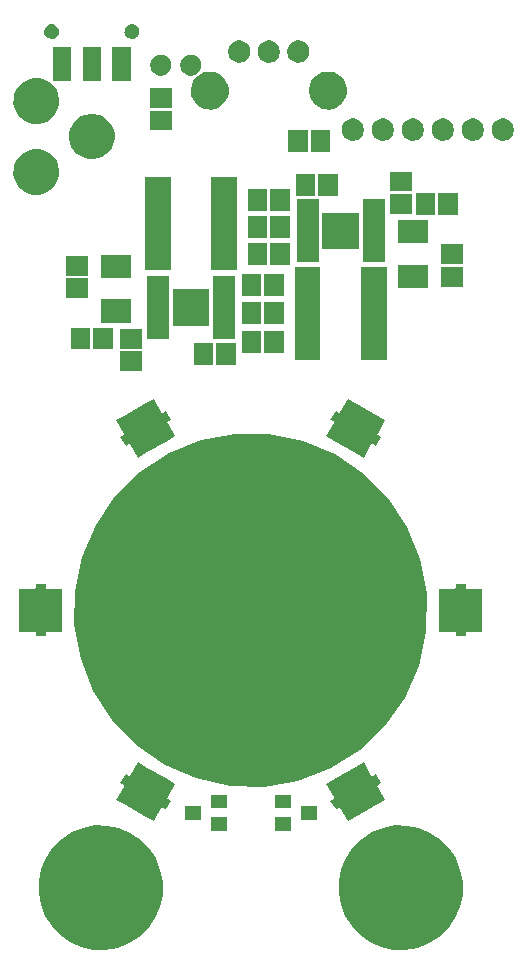
<source format=gts>
G04 (created by PCBNEW (2013-07-07 BZR 4022)-stable) date 1/16/2014 12:37:27 PM*
%MOIN*%
G04 Gerber Fmt 3.4, Leading zero omitted, Abs format*
%FSLAX34Y34*%
G01*
G70*
G90*
G04 APERTURE LIST*
%ADD10C,0.006*%
G04 APERTURE END LIST*
G54D10*
G36*
X2609Y30814D02*
X2608Y30763D01*
X2596Y30711D01*
X2578Y30672D01*
X2547Y30628D01*
X2516Y30598D01*
X2471Y30569D01*
X2430Y30553D01*
X2377Y30544D01*
X2334Y30545D01*
X2281Y30557D01*
X2242Y30574D01*
X2198Y30605D01*
X2168Y30636D01*
X2138Y30681D01*
X2123Y30721D01*
X2113Y30774D01*
X2113Y30817D01*
X2125Y30870D01*
X2142Y30909D01*
X2172Y30954D01*
X2203Y30984D01*
X2248Y31014D01*
X2288Y31030D01*
X2342Y31040D01*
X2384Y31040D01*
X2438Y31029D01*
X2476Y31012D01*
X2522Y30982D01*
X2552Y30952D01*
X2582Y30906D01*
X2598Y30867D01*
X2609Y30814D01*
X2609Y30814D01*
G37*
G36*
X2609Y28543D02*
X2606Y28377D01*
X2572Y28227D01*
X2514Y28096D01*
X2425Y27970D01*
X2321Y27871D01*
X2191Y27788D01*
X2057Y27737D01*
X1905Y27710D01*
X1761Y27713D01*
X1611Y27746D01*
X1479Y27803D01*
X1352Y27891D01*
X1253Y27994D01*
X1169Y28124D01*
X1117Y28258D01*
X1089Y28410D01*
X1091Y28553D01*
X1123Y28704D01*
X1179Y28836D01*
X1267Y28963D01*
X1369Y29063D01*
X1498Y29148D01*
X1631Y29202D01*
X1783Y29231D01*
X1926Y29230D01*
X2078Y29198D01*
X2209Y29143D01*
X2338Y29056D01*
X2438Y28955D01*
X2524Y28826D01*
X2579Y28694D01*
X2609Y28543D01*
X2609Y28543D01*
G37*
G36*
X2609Y26180D02*
X2606Y26015D01*
X2572Y25865D01*
X2514Y25734D01*
X2425Y25608D01*
X2321Y25509D01*
X2191Y25426D01*
X2057Y25374D01*
X1905Y25348D01*
X1761Y25351D01*
X1611Y25384D01*
X1479Y25441D01*
X1352Y25529D01*
X1253Y25632D01*
X1169Y25762D01*
X1117Y25895D01*
X1089Y26048D01*
X1091Y26191D01*
X1123Y26342D01*
X1179Y26473D01*
X1267Y26601D01*
X1369Y26701D01*
X1498Y26786D01*
X1631Y26839D01*
X1783Y26869D01*
X1926Y26868D01*
X2078Y26836D01*
X2209Y26781D01*
X2338Y26694D01*
X2438Y26593D01*
X2524Y26464D01*
X2579Y26332D01*
X2609Y26180D01*
X2609Y26180D01*
G37*
G36*
X2720Y10779D02*
X2210Y10779D01*
X2196Y10779D01*
X2183Y10774D01*
X2174Y10764D01*
X2169Y10752D01*
X2169Y10738D01*
X2169Y10622D01*
X1830Y10622D01*
X1830Y10738D01*
X1830Y10752D01*
X1825Y10764D01*
X1816Y10774D01*
X1803Y10779D01*
X1789Y10779D01*
X1279Y10779D01*
X1279Y11132D01*
X1279Y11145D01*
X1279Y11145D01*
X1279Y11159D01*
X1279Y11840D01*
X1279Y11854D01*
X1279Y11854D01*
X1279Y11867D01*
X1279Y12220D01*
X1789Y12220D01*
X1803Y12220D01*
X1816Y12225D01*
X1825Y12235D01*
X1830Y12247D01*
X1830Y12261D01*
X1830Y12377D01*
X2169Y12377D01*
X2169Y12261D01*
X2169Y12247D01*
X2174Y12235D01*
X2183Y12225D01*
X2196Y12220D01*
X2210Y12220D01*
X2720Y12220D01*
X2720Y11867D01*
X2720Y11854D01*
X2720Y11854D01*
X2720Y11840D01*
X2720Y11159D01*
X2720Y11145D01*
X2720Y11145D01*
X2720Y11132D01*
X2720Y10779D01*
X2720Y10779D01*
G37*
G36*
X3022Y29147D02*
X2408Y29147D01*
X2408Y30272D01*
X3022Y30272D01*
X3022Y29147D01*
X3022Y29147D01*
G37*
G36*
X3567Y22652D02*
X2836Y22652D01*
X2836Y23305D01*
X3567Y23305D01*
X3567Y22652D01*
X3567Y22652D01*
G37*
G36*
X3567Y21902D02*
X2836Y21902D01*
X2836Y22555D01*
X3567Y22555D01*
X3567Y21902D01*
X3567Y21902D01*
G37*
G36*
X3653Y20190D02*
X3000Y20190D01*
X3000Y20921D01*
X3653Y20921D01*
X3653Y20190D01*
X3653Y20190D01*
G37*
G36*
X4006Y29147D02*
X3393Y29147D01*
X3393Y30272D01*
X4006Y30272D01*
X4006Y29147D01*
X4006Y29147D01*
G37*
G36*
X4403Y20190D02*
X3750Y20190D01*
X3750Y20921D01*
X4403Y20921D01*
X4403Y20190D01*
X4403Y20190D01*
G37*
G36*
X4459Y27361D02*
X4457Y27196D01*
X4423Y27046D01*
X4364Y26915D01*
X4275Y26789D01*
X4171Y26690D01*
X4041Y26607D01*
X3907Y26555D01*
X3755Y26529D01*
X3612Y26532D01*
X3461Y26565D01*
X3330Y26622D01*
X3203Y26710D01*
X3103Y26813D01*
X3020Y26943D01*
X2967Y27076D01*
X2939Y27229D01*
X2941Y27372D01*
X2973Y27523D01*
X3029Y27654D01*
X3117Y27782D01*
X3219Y27882D01*
X3349Y27967D01*
X3481Y28021D01*
X3634Y28050D01*
X3776Y28049D01*
X3928Y28017D01*
X4060Y27962D01*
X4188Y27875D01*
X4289Y27774D01*
X4375Y27645D01*
X4429Y27513D01*
X4459Y27361D01*
X4459Y27361D01*
G37*
G36*
X4991Y29147D02*
X4377Y29147D01*
X4377Y30272D01*
X4991Y30272D01*
X4991Y29147D01*
X4991Y29147D01*
G37*
G36*
X5005Y22582D02*
X3998Y22582D01*
X3998Y23353D01*
X5005Y23353D01*
X5005Y22582D01*
X5005Y22582D01*
G37*
G36*
X5005Y21086D02*
X3998Y21086D01*
X3998Y21857D01*
X5005Y21857D01*
X5005Y21086D01*
X5005Y21086D01*
G37*
G36*
X5286Y30814D02*
X5285Y30763D01*
X5273Y30711D01*
X5256Y30672D01*
X5225Y30628D01*
X5193Y30598D01*
X5148Y30569D01*
X5108Y30553D01*
X5054Y30544D01*
X5011Y30545D01*
X4959Y30557D01*
X4919Y30574D01*
X4875Y30605D01*
X4845Y30636D01*
X4816Y30681D01*
X4800Y30721D01*
X4790Y30774D01*
X4791Y30817D01*
X4802Y30870D01*
X4819Y30909D01*
X4850Y30954D01*
X4880Y30984D01*
X4926Y31014D01*
X4965Y31030D01*
X5019Y31040D01*
X5061Y31040D01*
X5115Y31029D01*
X5153Y31012D01*
X5199Y30982D01*
X5229Y30952D01*
X5259Y30906D01*
X5275Y30867D01*
X5286Y30814D01*
X5286Y30814D01*
G37*
G36*
X5367Y20220D02*
X4636Y20220D01*
X4636Y20873D01*
X5367Y20873D01*
X5367Y20220D01*
X5367Y20220D01*
G37*
G36*
X5367Y19470D02*
X4636Y19470D01*
X4636Y20123D01*
X5367Y20123D01*
X5367Y19470D01*
X5367Y19470D01*
G37*
G36*
X6070Y2450D02*
X6064Y1991D01*
X5973Y1590D01*
X5810Y1224D01*
X5573Y888D01*
X5282Y612D01*
X4935Y391D01*
X4561Y247D01*
X4156Y175D01*
X3756Y184D01*
X3354Y272D01*
X2987Y432D01*
X2649Y667D01*
X2371Y955D01*
X2148Y1301D01*
X2001Y1673D01*
X1926Y2078D01*
X1932Y2478D01*
X2017Y2881D01*
X2175Y3249D01*
X2408Y3589D01*
X2694Y3869D01*
X3038Y4095D01*
X3409Y4244D01*
X3814Y4322D01*
X4214Y4319D01*
X4618Y4236D01*
X4986Y4081D01*
X5328Y3850D01*
X5610Y3567D01*
X5838Y3223D01*
X5990Y2854D01*
X6070Y2450D01*
X6070Y2450D01*
G37*
G36*
X6260Y20530D02*
X5539Y20530D01*
X5539Y20745D01*
X5539Y20759D01*
X5539Y20864D01*
X5539Y20878D01*
X5539Y21001D01*
X5539Y21015D01*
X5539Y21120D01*
X5539Y21134D01*
X5539Y21257D01*
X5539Y21271D01*
X5539Y21376D01*
X5539Y21390D01*
X5539Y21513D01*
X5539Y21527D01*
X5539Y21632D01*
X5539Y21646D01*
X5539Y21769D01*
X5539Y21783D01*
X5539Y21888D01*
X5539Y21902D01*
X5539Y22025D01*
X5539Y22039D01*
X5539Y22144D01*
X5539Y22158D01*
X5539Y22281D01*
X5539Y22295D01*
X5539Y22400D01*
X5539Y22414D01*
X5539Y22629D01*
X6260Y22629D01*
X6260Y22414D01*
X6260Y22400D01*
X6260Y22295D01*
X6260Y22281D01*
X6260Y22158D01*
X6260Y22144D01*
X6260Y22039D01*
X6260Y22025D01*
X6260Y21902D01*
X6260Y21888D01*
X6260Y21783D01*
X6260Y21769D01*
X6260Y21646D01*
X6260Y21632D01*
X6260Y21527D01*
X6260Y21513D01*
X6260Y21390D01*
X6260Y21376D01*
X6260Y21271D01*
X6260Y21257D01*
X6260Y21134D01*
X6260Y21120D01*
X6260Y21015D01*
X6260Y21001D01*
X6260Y20878D01*
X6260Y20864D01*
X6260Y20759D01*
X6260Y20745D01*
X6260Y20530D01*
X6260Y20530D01*
G37*
G36*
X6324Y22848D02*
X5474Y22848D01*
X5474Y25943D01*
X6324Y25943D01*
X6324Y22848D01*
X6324Y22848D01*
G37*
G36*
X6350Y29701D02*
X6349Y29628D01*
X6333Y29556D01*
X6307Y29498D01*
X6264Y29438D01*
X6218Y29394D01*
X6156Y29354D01*
X6097Y29331D01*
X6024Y29318D01*
X5961Y29320D01*
X5888Y29336D01*
X5830Y29361D01*
X5769Y29403D01*
X5725Y29449D01*
X5685Y29511D01*
X5662Y29570D01*
X5648Y29643D01*
X5649Y29706D01*
X5665Y29779D01*
X5690Y29836D01*
X5732Y29898D01*
X5777Y29942D01*
X5839Y29983D01*
X5897Y30006D01*
X5971Y30020D01*
X6033Y30020D01*
X6107Y30005D01*
X6164Y29981D01*
X6226Y29939D01*
X6270Y29895D01*
X6312Y29832D01*
X6336Y29774D01*
X6350Y29701D01*
X6350Y29701D01*
G37*
G36*
X6365Y28248D02*
X5634Y28248D01*
X5634Y28901D01*
X6365Y28901D01*
X6365Y28248D01*
X6365Y28248D01*
G37*
G36*
X6365Y27498D02*
X5634Y27498D01*
X5634Y28151D01*
X6365Y28151D01*
X6365Y27498D01*
X6365Y27498D01*
G37*
G36*
X6483Y17296D02*
X6170Y17116D01*
X6159Y17109D01*
X6159Y17109D01*
X5556Y16761D01*
X5545Y16755D01*
X5545Y16755D01*
X5236Y16576D01*
X4977Y17025D01*
X4967Y17035D01*
X4955Y17040D01*
X4941Y17040D01*
X4928Y17035D01*
X4824Y16975D01*
X4656Y17267D01*
X4764Y17329D01*
X4773Y17339D01*
X4779Y17352D01*
X4779Y17365D01*
X4773Y17378D01*
X4516Y17823D01*
X4840Y18010D01*
X5454Y18364D01*
X5763Y18543D01*
X6022Y18094D01*
X6032Y18084D01*
X6044Y18079D01*
X6058Y18079D01*
X6071Y18084D01*
X6175Y18144D01*
X6343Y17852D01*
X6235Y17790D01*
X6226Y17780D01*
X6220Y17767D01*
X6220Y17754D01*
X6226Y17741D01*
X6483Y17296D01*
X6483Y17296D01*
G37*
G36*
X6483Y5703D02*
X6226Y5258D01*
X6220Y5245D01*
X6220Y5232D01*
X6226Y5219D01*
X6235Y5209D01*
X6343Y5147D01*
X6175Y4855D01*
X6071Y4915D01*
X6058Y4920D01*
X6044Y4920D01*
X6032Y4915D01*
X6022Y4905D01*
X5763Y4456D01*
X5454Y4635D01*
X5454Y4635D01*
X5443Y4641D01*
X4840Y4989D01*
X4840Y4989D01*
X4829Y4996D01*
X4516Y5176D01*
X4773Y5621D01*
X4779Y5634D01*
X4779Y5647D01*
X4773Y5660D01*
X4764Y5670D01*
X4656Y5732D01*
X4824Y6024D01*
X4928Y5964D01*
X4941Y5959D01*
X4955Y5959D01*
X4967Y5964D01*
X4977Y5974D01*
X5236Y6423D01*
X5545Y6244D01*
X5545Y6244D01*
X5545Y6244D01*
X6159Y5890D01*
X6159Y5890D01*
X6159Y5890D01*
X6483Y5703D01*
X6483Y5703D01*
G37*
G36*
X7334Y4521D02*
X6799Y4521D01*
X6799Y4978D01*
X7334Y4978D01*
X7334Y4521D01*
X7334Y4521D01*
G37*
G36*
X7350Y29701D02*
X7349Y29628D01*
X7333Y29556D01*
X7307Y29498D01*
X7264Y29438D01*
X7218Y29394D01*
X7156Y29354D01*
X7097Y29331D01*
X7024Y29318D01*
X6961Y29320D01*
X6888Y29336D01*
X6830Y29361D01*
X6769Y29403D01*
X6725Y29449D01*
X6685Y29511D01*
X6662Y29570D01*
X6648Y29643D01*
X6649Y29706D01*
X6665Y29779D01*
X6690Y29836D01*
X6732Y29898D01*
X6777Y29942D01*
X6839Y29983D01*
X6897Y30006D01*
X6971Y30020D01*
X7033Y30020D01*
X7107Y30005D01*
X7164Y29981D01*
X7226Y29939D01*
X7270Y29895D01*
X7312Y29832D01*
X7336Y29774D01*
X7350Y29701D01*
X7350Y29701D01*
G37*
G36*
X7612Y20969D02*
X6391Y20969D01*
X6391Y22190D01*
X7612Y22190D01*
X7612Y20969D01*
X7612Y20969D01*
G37*
G36*
X7753Y19678D02*
X7100Y19678D01*
X7100Y20409D01*
X7753Y20409D01*
X7753Y19678D01*
X7753Y19678D01*
G37*
G36*
X8200Y4896D02*
X7665Y4896D01*
X7665Y5353D01*
X8200Y5353D01*
X8200Y4896D01*
X8200Y4896D01*
G37*
G36*
X8200Y4146D02*
X7665Y4146D01*
X7665Y4603D01*
X8200Y4603D01*
X8200Y4146D01*
X8200Y4146D01*
G37*
G36*
X8260Y28879D02*
X8258Y28743D01*
X8230Y28617D01*
X8181Y28509D01*
X8107Y28404D01*
X8021Y28322D01*
X7913Y28253D01*
X7802Y28210D01*
X7675Y28188D01*
X7557Y28190D01*
X7431Y28218D01*
X7323Y28265D01*
X7217Y28339D01*
X7135Y28424D01*
X7065Y28533D01*
X7021Y28642D01*
X6998Y28769D01*
X7000Y28887D01*
X7027Y29014D01*
X7073Y29122D01*
X7146Y29229D01*
X7230Y29311D01*
X7339Y29382D01*
X7448Y29426D01*
X7575Y29451D01*
X7693Y29450D01*
X7820Y29424D01*
X7928Y29378D01*
X8036Y29305D01*
X8118Y29222D01*
X8190Y29114D01*
X8235Y29006D01*
X8260Y28879D01*
X8260Y28879D01*
G37*
G36*
X8464Y20530D02*
X7743Y20530D01*
X7743Y20745D01*
X7743Y20759D01*
X7743Y20864D01*
X7743Y20878D01*
X7743Y21001D01*
X7743Y21015D01*
X7743Y21120D01*
X7743Y21134D01*
X7743Y21257D01*
X7743Y21271D01*
X7743Y21376D01*
X7743Y21390D01*
X7743Y21513D01*
X7743Y21527D01*
X7743Y21632D01*
X7743Y21646D01*
X7743Y21769D01*
X7743Y21783D01*
X7743Y21888D01*
X7743Y21902D01*
X7743Y22025D01*
X7743Y22039D01*
X7741Y22044D01*
X7741Y22277D01*
X7741Y22291D01*
X7741Y22400D01*
X7741Y22414D01*
X7741Y22625D01*
X8462Y22625D01*
X8462Y22414D01*
X8462Y22400D01*
X8462Y22291D01*
X8462Y22277D01*
X8462Y22158D01*
X8462Y22144D01*
X8464Y22139D01*
X8464Y21902D01*
X8464Y21888D01*
X8464Y21783D01*
X8464Y21769D01*
X8464Y21646D01*
X8464Y21632D01*
X8464Y21527D01*
X8464Y21513D01*
X8464Y21390D01*
X8464Y21376D01*
X8464Y21271D01*
X8464Y21257D01*
X8464Y21134D01*
X8464Y21120D01*
X8464Y21015D01*
X8464Y21001D01*
X8464Y20878D01*
X8464Y20864D01*
X8464Y20759D01*
X8464Y20745D01*
X8464Y20530D01*
X8464Y20530D01*
G37*
G36*
X8503Y19678D02*
X7850Y19678D01*
X7850Y20409D01*
X8503Y20409D01*
X8503Y19678D01*
X8503Y19678D01*
G37*
G36*
X8529Y22848D02*
X7679Y22848D01*
X7679Y25943D01*
X8529Y25943D01*
X8529Y22848D01*
X8529Y22848D01*
G37*
G36*
X8985Y30153D02*
X8984Y30075D01*
X8967Y30000D01*
X8939Y29938D01*
X8894Y29874D01*
X8846Y29828D01*
X8780Y29786D01*
X8717Y29762D01*
X8640Y29748D01*
X8573Y29750D01*
X8497Y29766D01*
X8435Y29793D01*
X8371Y29838D01*
X8325Y29886D01*
X8282Y29952D01*
X8258Y30014D01*
X8243Y30091D01*
X8244Y30158D01*
X8261Y30235D01*
X8287Y30296D01*
X8331Y30361D01*
X8379Y30408D01*
X8445Y30451D01*
X8506Y30476D01*
X8584Y30490D01*
X8650Y30490D01*
X8728Y30474D01*
X8789Y30448D01*
X8854Y30404D01*
X8901Y30357D01*
X8945Y30291D01*
X8970Y30230D01*
X8985Y30153D01*
X8985Y30153D01*
G37*
G36*
X9351Y21984D02*
X8698Y21984D01*
X8698Y22715D01*
X9351Y22715D01*
X9351Y21984D01*
X9351Y21984D01*
G37*
G36*
X9351Y21034D02*
X8698Y21034D01*
X8698Y21765D01*
X9351Y21765D01*
X9351Y21034D01*
X9351Y21034D01*
G37*
G36*
X9351Y20084D02*
X8698Y20084D01*
X8698Y20815D01*
X9351Y20815D01*
X9351Y20084D01*
X9351Y20084D01*
G37*
G36*
X9553Y24798D02*
X8900Y24798D01*
X8900Y25529D01*
X9553Y25529D01*
X9553Y24798D01*
X9553Y24798D01*
G37*
G36*
X9553Y23902D02*
X8900Y23902D01*
X8900Y24633D01*
X9553Y24633D01*
X9553Y23902D01*
X9553Y23902D01*
G37*
G36*
X9553Y23006D02*
X8900Y23006D01*
X8900Y23737D01*
X9553Y23737D01*
X9553Y23006D01*
X9553Y23006D01*
G37*
G36*
X9970Y30153D02*
X9969Y30075D01*
X9952Y30000D01*
X9924Y29938D01*
X9879Y29874D01*
X9831Y29828D01*
X9765Y29786D01*
X9702Y29762D01*
X9625Y29748D01*
X9558Y29750D01*
X9482Y29766D01*
X9420Y29793D01*
X9356Y29838D01*
X9310Y29886D01*
X9267Y29952D01*
X9243Y30014D01*
X9228Y30091D01*
X9229Y30158D01*
X9246Y30235D01*
X9272Y30296D01*
X9316Y30361D01*
X9364Y30408D01*
X9430Y30451D01*
X9491Y30476D01*
X9569Y30490D01*
X9635Y30490D01*
X9713Y30474D01*
X9774Y30448D01*
X9839Y30404D01*
X9886Y30357D01*
X9930Y30291D01*
X9955Y30230D01*
X9970Y30153D01*
X9970Y30153D01*
G37*
G36*
X10101Y21984D02*
X9448Y21984D01*
X9448Y22715D01*
X10101Y22715D01*
X10101Y21984D01*
X10101Y21984D01*
G37*
G36*
X10101Y21034D02*
X9448Y21034D01*
X9448Y21765D01*
X10101Y21765D01*
X10101Y21034D01*
X10101Y21034D01*
G37*
G36*
X10101Y20084D02*
X9448Y20084D01*
X9448Y20815D01*
X10101Y20815D01*
X10101Y20084D01*
X10101Y20084D01*
G37*
G36*
X10303Y24798D02*
X9650Y24798D01*
X9650Y25529D01*
X10303Y25529D01*
X10303Y24798D01*
X10303Y24798D01*
G37*
G36*
X10303Y23902D02*
X9650Y23902D01*
X9650Y24633D01*
X10303Y24633D01*
X10303Y23902D01*
X10303Y23902D01*
G37*
G36*
X10303Y23006D02*
X9650Y23006D01*
X9650Y23737D01*
X10303Y23737D01*
X10303Y23006D01*
X10303Y23006D01*
G37*
G36*
X10334Y4896D02*
X9799Y4896D01*
X9799Y5353D01*
X10334Y5353D01*
X10334Y4896D01*
X10334Y4896D01*
G37*
G36*
X10334Y4146D02*
X9799Y4146D01*
X9799Y4603D01*
X10334Y4603D01*
X10334Y4146D01*
X10334Y4146D01*
G37*
G36*
X10901Y26784D02*
X10248Y26784D01*
X10248Y27515D01*
X10901Y27515D01*
X10901Y26784D01*
X10901Y26784D01*
G37*
G36*
X10955Y30153D02*
X10954Y30075D01*
X10937Y30000D01*
X10909Y29938D01*
X10864Y29874D01*
X10816Y29828D01*
X10750Y29786D01*
X10687Y29762D01*
X10610Y29748D01*
X10543Y29750D01*
X10467Y29766D01*
X10405Y29793D01*
X10341Y29838D01*
X10295Y29886D01*
X10252Y29952D01*
X10228Y30014D01*
X10213Y30091D01*
X10214Y30158D01*
X10231Y30235D01*
X10257Y30296D01*
X10301Y30361D01*
X10349Y30408D01*
X10415Y30451D01*
X10476Y30476D01*
X10554Y30490D01*
X10620Y30490D01*
X10698Y30474D01*
X10759Y30448D01*
X10824Y30404D01*
X10871Y30357D01*
X10915Y30291D01*
X10940Y30230D01*
X10955Y30153D01*
X10955Y30153D01*
G37*
G36*
X11153Y25310D02*
X10500Y25310D01*
X10500Y26041D01*
X11153Y26041D01*
X11153Y25310D01*
X11153Y25310D01*
G37*
G36*
X11200Y4521D02*
X10665Y4521D01*
X10665Y4978D01*
X11200Y4978D01*
X11200Y4521D01*
X11200Y4521D01*
G37*
G36*
X11260Y23094D02*
X10539Y23094D01*
X10539Y23305D01*
X10539Y23319D01*
X10539Y23428D01*
X10539Y23442D01*
X10539Y23561D01*
X10539Y23575D01*
X10537Y23580D01*
X10537Y23817D01*
X10537Y23831D01*
X10537Y23936D01*
X10537Y23950D01*
X10537Y24073D01*
X10537Y24087D01*
X10537Y24192D01*
X10537Y24206D01*
X10537Y24329D01*
X10537Y24343D01*
X10537Y24448D01*
X10537Y24462D01*
X10537Y24585D01*
X10537Y24599D01*
X10537Y24704D01*
X10537Y24718D01*
X10537Y24841D01*
X10537Y24855D01*
X10537Y24960D01*
X10537Y24974D01*
X10537Y25189D01*
X11258Y25189D01*
X11258Y24974D01*
X11258Y24960D01*
X11258Y24855D01*
X11258Y24841D01*
X11258Y24718D01*
X11258Y24704D01*
X11258Y24599D01*
X11258Y24585D01*
X11258Y24462D01*
X11258Y24448D01*
X11258Y24343D01*
X11258Y24329D01*
X11258Y24206D01*
X11258Y24192D01*
X11258Y24087D01*
X11258Y24073D01*
X11258Y23950D01*
X11258Y23936D01*
X11258Y23831D01*
X11258Y23817D01*
X11258Y23694D01*
X11258Y23680D01*
X11260Y23675D01*
X11260Y23442D01*
X11260Y23428D01*
X11260Y23319D01*
X11260Y23305D01*
X11260Y23094D01*
X11260Y23094D01*
G37*
G36*
X11322Y19842D02*
X10472Y19842D01*
X10472Y22937D01*
X11322Y22937D01*
X11322Y19842D01*
X11322Y19842D01*
G37*
G36*
X11651Y26784D02*
X10998Y26784D01*
X10998Y27515D01*
X11651Y27515D01*
X11651Y26784D01*
X11651Y26784D01*
G37*
G36*
X11903Y25310D02*
X11250Y25310D01*
X11250Y26041D01*
X11903Y26041D01*
X11903Y25310D01*
X11903Y25310D01*
G37*
G36*
X12200Y28879D02*
X12198Y28743D01*
X12170Y28617D01*
X12121Y28509D01*
X12047Y28404D01*
X11961Y28322D01*
X11853Y28253D01*
X11742Y28210D01*
X11615Y28188D01*
X11497Y28190D01*
X11371Y28218D01*
X11263Y28265D01*
X11157Y28339D01*
X11075Y28424D01*
X11005Y28533D01*
X10961Y28642D01*
X10938Y28769D01*
X10940Y28887D01*
X10967Y29014D01*
X11013Y29122D01*
X11086Y29229D01*
X11170Y29311D01*
X11279Y29382D01*
X11388Y29426D01*
X11515Y29451D01*
X11633Y29450D01*
X11760Y29424D01*
X11868Y29378D01*
X11976Y29305D01*
X12058Y29222D01*
X12130Y29114D01*
X12175Y29006D01*
X12200Y28879D01*
X12200Y28879D01*
G37*
G36*
X12610Y23529D02*
X11389Y23529D01*
X11389Y24750D01*
X12610Y24750D01*
X12610Y23529D01*
X12610Y23529D01*
G37*
G36*
X12770Y27553D02*
X12769Y27475D01*
X12752Y27400D01*
X12724Y27338D01*
X12679Y27274D01*
X12631Y27228D01*
X12565Y27186D01*
X12502Y27162D01*
X12425Y27148D01*
X12358Y27150D01*
X12282Y27166D01*
X12220Y27193D01*
X12156Y27238D01*
X12110Y27286D01*
X12067Y27352D01*
X12043Y27414D01*
X12028Y27491D01*
X12029Y27558D01*
X12046Y27635D01*
X12072Y27696D01*
X12116Y27761D01*
X12164Y27808D01*
X12230Y27851D01*
X12291Y27876D01*
X12369Y27890D01*
X12435Y27890D01*
X12513Y27874D01*
X12574Y27848D01*
X12639Y27804D01*
X12686Y27757D01*
X12730Y27691D01*
X12755Y27630D01*
X12770Y27553D01*
X12770Y27553D01*
G37*
G36*
X13462Y23090D02*
X12741Y23090D01*
X12741Y23305D01*
X12741Y23319D01*
X12741Y23424D01*
X12741Y23438D01*
X12741Y23561D01*
X12741Y23575D01*
X12741Y23680D01*
X12741Y23694D01*
X12741Y23817D01*
X12741Y23831D01*
X12741Y23936D01*
X12741Y23950D01*
X12741Y24073D01*
X12741Y24087D01*
X12741Y24192D01*
X12741Y24206D01*
X12741Y24329D01*
X12741Y24343D01*
X12741Y24448D01*
X12741Y24462D01*
X12741Y24585D01*
X12741Y24599D01*
X12741Y24704D01*
X12741Y24718D01*
X12741Y24841D01*
X12741Y24855D01*
X12741Y24960D01*
X12741Y24974D01*
X12741Y25189D01*
X13462Y25189D01*
X13462Y24974D01*
X13462Y24960D01*
X13462Y24855D01*
X13462Y24841D01*
X13462Y24718D01*
X13462Y24704D01*
X13462Y24599D01*
X13462Y24585D01*
X13462Y24462D01*
X13462Y24448D01*
X13462Y24343D01*
X13462Y24329D01*
X13462Y24206D01*
X13462Y24192D01*
X13462Y24087D01*
X13462Y24073D01*
X13462Y23950D01*
X13462Y23936D01*
X13462Y23831D01*
X13462Y23817D01*
X13462Y23694D01*
X13462Y23680D01*
X13462Y23575D01*
X13462Y23561D01*
X13462Y23438D01*
X13462Y23424D01*
X13462Y23319D01*
X13462Y23305D01*
X13462Y23090D01*
X13462Y23090D01*
G37*
G36*
X13483Y17823D02*
X13226Y17378D01*
X13220Y17365D01*
X13220Y17352D01*
X13226Y17339D01*
X13235Y17329D01*
X13343Y17267D01*
X13175Y16975D01*
X13071Y17035D01*
X13058Y17040D01*
X13044Y17040D01*
X13032Y17035D01*
X13022Y17025D01*
X12763Y16576D01*
X12454Y16755D01*
X12454Y16755D01*
X12443Y16761D01*
X11840Y17109D01*
X11840Y17109D01*
X11829Y17116D01*
X11516Y17296D01*
X11773Y17741D01*
X11779Y17754D01*
X11779Y17767D01*
X11773Y17780D01*
X11764Y17790D01*
X11656Y17852D01*
X11824Y18144D01*
X11928Y18084D01*
X11941Y18079D01*
X11955Y18079D01*
X11967Y18084D01*
X11977Y18094D01*
X12236Y18543D01*
X12545Y18364D01*
X12545Y18364D01*
X12545Y18364D01*
X13159Y18010D01*
X13159Y18010D01*
X13159Y18010D01*
X13483Y17823D01*
X13483Y17823D01*
G37*
G36*
X13483Y5176D02*
X13170Y4996D01*
X13159Y4989D01*
X13159Y4989D01*
X12556Y4641D01*
X12545Y4635D01*
X12545Y4635D01*
X12236Y4456D01*
X11977Y4905D01*
X11967Y4915D01*
X11955Y4920D01*
X11941Y4920D01*
X11928Y4915D01*
X11824Y4855D01*
X11656Y5147D01*
X11764Y5209D01*
X11773Y5219D01*
X11779Y5232D01*
X11779Y5245D01*
X11773Y5258D01*
X11516Y5703D01*
X11840Y5890D01*
X12454Y6244D01*
X12763Y6423D01*
X13022Y5974D01*
X13032Y5964D01*
X13044Y5959D01*
X13058Y5959D01*
X13071Y5964D01*
X13175Y6024D01*
X13343Y5732D01*
X13235Y5670D01*
X13226Y5660D01*
X13220Y5647D01*
X13220Y5634D01*
X13226Y5621D01*
X13483Y5176D01*
X13483Y5176D01*
G37*
G36*
X13527Y19842D02*
X12677Y19842D01*
X12677Y22937D01*
X13527Y22937D01*
X13527Y19842D01*
X13527Y19842D01*
G37*
G36*
X13770Y27553D02*
X13769Y27475D01*
X13752Y27400D01*
X13724Y27338D01*
X13679Y27274D01*
X13631Y27228D01*
X13565Y27186D01*
X13502Y27162D01*
X13425Y27148D01*
X13358Y27150D01*
X13282Y27166D01*
X13220Y27193D01*
X13156Y27238D01*
X13110Y27286D01*
X13067Y27352D01*
X13043Y27414D01*
X13028Y27491D01*
X13029Y27558D01*
X13046Y27635D01*
X13072Y27696D01*
X13116Y27761D01*
X13164Y27808D01*
X13230Y27851D01*
X13291Y27876D01*
X13369Y27890D01*
X13435Y27890D01*
X13513Y27874D01*
X13574Y27848D01*
X13639Y27804D01*
X13686Y27757D01*
X13730Y27691D01*
X13755Y27630D01*
X13770Y27553D01*
X13770Y27553D01*
G37*
G36*
X14367Y25459D02*
X13636Y25459D01*
X13636Y26112D01*
X14367Y26112D01*
X14367Y25459D01*
X14367Y25459D01*
G37*
G36*
X14367Y24709D02*
X13636Y24709D01*
X13636Y25362D01*
X14367Y25362D01*
X14367Y24709D01*
X14367Y24709D01*
G37*
G36*
X14770Y27553D02*
X14769Y27475D01*
X14752Y27400D01*
X14724Y27338D01*
X14679Y27274D01*
X14631Y27228D01*
X14565Y27186D01*
X14502Y27162D01*
X14425Y27148D01*
X14358Y27150D01*
X14282Y27166D01*
X14220Y27193D01*
X14156Y27238D01*
X14110Y27286D01*
X14067Y27352D01*
X14043Y27414D01*
X14028Y27491D01*
X14029Y27558D01*
X14046Y27635D01*
X14072Y27696D01*
X14116Y27761D01*
X14164Y27808D01*
X14230Y27851D01*
X14291Y27876D01*
X14369Y27890D01*
X14435Y27890D01*
X14513Y27874D01*
X14574Y27848D01*
X14639Y27804D01*
X14686Y27757D01*
X14730Y27691D01*
X14755Y27630D01*
X14770Y27553D01*
X14770Y27553D01*
G37*
G36*
X14870Y12073D02*
X14852Y10763D01*
X14596Y9635D01*
X14130Y8588D01*
X13463Y7643D01*
X12633Y6853D01*
X11657Y6233D01*
X10588Y5819D01*
X9449Y5618D01*
X8304Y5642D01*
X7174Y5890D01*
X6124Y6349D01*
X5174Y7009D01*
X4379Y7833D01*
X3752Y8806D01*
X3330Y9871D01*
X3121Y11009D01*
X3137Y12154D01*
X3378Y13286D01*
X3829Y14339D01*
X4483Y15293D01*
X5301Y16095D01*
X6269Y16728D01*
X7331Y17157D01*
X8468Y17374D01*
X9613Y17366D01*
X10747Y17133D01*
X11802Y16690D01*
X12762Y16042D01*
X13569Y15230D01*
X14209Y14266D01*
X14645Y13208D01*
X14870Y12073D01*
X14870Y12073D01*
G37*
G36*
X14905Y23734D02*
X13898Y23734D01*
X13898Y24505D01*
X14905Y24505D01*
X14905Y23734D01*
X14905Y23734D01*
G37*
G36*
X14905Y22238D02*
X13898Y22238D01*
X13898Y23009D01*
X14905Y23009D01*
X14905Y22238D01*
X14905Y22238D01*
G37*
G36*
X15153Y24670D02*
X14500Y24670D01*
X14500Y25401D01*
X15153Y25401D01*
X15153Y24670D01*
X15153Y24670D01*
G37*
G36*
X15770Y27553D02*
X15769Y27475D01*
X15752Y27400D01*
X15724Y27338D01*
X15679Y27274D01*
X15631Y27228D01*
X15565Y27186D01*
X15502Y27162D01*
X15425Y27148D01*
X15358Y27150D01*
X15282Y27166D01*
X15220Y27193D01*
X15156Y27238D01*
X15110Y27286D01*
X15067Y27352D01*
X15043Y27414D01*
X15028Y27491D01*
X15029Y27558D01*
X15046Y27635D01*
X15072Y27696D01*
X15116Y27761D01*
X15164Y27808D01*
X15230Y27851D01*
X15291Y27876D01*
X15369Y27890D01*
X15435Y27890D01*
X15513Y27874D01*
X15574Y27848D01*
X15639Y27804D01*
X15686Y27757D01*
X15730Y27691D01*
X15755Y27630D01*
X15770Y27553D01*
X15770Y27553D01*
G37*
G36*
X15903Y24670D02*
X15250Y24670D01*
X15250Y25401D01*
X15903Y25401D01*
X15903Y24670D01*
X15903Y24670D01*
G37*
G36*
X16067Y23036D02*
X15336Y23036D01*
X15336Y23689D01*
X16067Y23689D01*
X16067Y23036D01*
X16067Y23036D01*
G37*
G36*
X16067Y22286D02*
X15336Y22286D01*
X15336Y22939D01*
X16067Y22939D01*
X16067Y22286D01*
X16067Y22286D01*
G37*
G36*
X16070Y2450D02*
X16064Y1991D01*
X15973Y1590D01*
X15810Y1224D01*
X15573Y888D01*
X15282Y612D01*
X14935Y391D01*
X14561Y247D01*
X14156Y175D01*
X13756Y184D01*
X13354Y272D01*
X12987Y432D01*
X12649Y667D01*
X12371Y955D01*
X12148Y1301D01*
X12001Y1673D01*
X11926Y2078D01*
X11932Y2478D01*
X12017Y2881D01*
X12175Y3249D01*
X12408Y3589D01*
X12694Y3869D01*
X13038Y4095D01*
X13409Y4244D01*
X13814Y4322D01*
X14214Y4319D01*
X14618Y4236D01*
X14986Y4081D01*
X15328Y3850D01*
X15610Y3567D01*
X15838Y3223D01*
X15990Y2854D01*
X16070Y2450D01*
X16070Y2450D01*
G37*
G36*
X16720Y10779D02*
X16210Y10779D01*
X16196Y10779D01*
X16183Y10774D01*
X16174Y10764D01*
X16169Y10752D01*
X16169Y10738D01*
X16169Y10622D01*
X15830Y10622D01*
X15830Y10738D01*
X15830Y10752D01*
X15825Y10764D01*
X15816Y10774D01*
X15803Y10779D01*
X15789Y10779D01*
X15279Y10779D01*
X15279Y11132D01*
X15279Y11145D01*
X15279Y11145D01*
X15279Y11159D01*
X15279Y11840D01*
X15279Y11854D01*
X15279Y11854D01*
X15279Y11867D01*
X15279Y12220D01*
X15789Y12220D01*
X15803Y12220D01*
X15816Y12225D01*
X15825Y12235D01*
X15830Y12247D01*
X15830Y12261D01*
X15830Y12377D01*
X16169Y12377D01*
X16169Y12261D01*
X16169Y12247D01*
X16174Y12235D01*
X16183Y12225D01*
X16196Y12220D01*
X16210Y12220D01*
X16720Y12220D01*
X16720Y11867D01*
X16720Y11854D01*
X16720Y11854D01*
X16720Y11840D01*
X16720Y11159D01*
X16720Y11145D01*
X16720Y11145D01*
X16720Y11132D01*
X16720Y10779D01*
X16720Y10779D01*
G37*
G36*
X16770Y27553D02*
X16769Y27475D01*
X16752Y27400D01*
X16724Y27338D01*
X16679Y27274D01*
X16631Y27228D01*
X16565Y27186D01*
X16502Y27162D01*
X16425Y27148D01*
X16358Y27150D01*
X16282Y27166D01*
X16220Y27193D01*
X16156Y27238D01*
X16110Y27286D01*
X16067Y27352D01*
X16043Y27414D01*
X16028Y27491D01*
X16029Y27558D01*
X16046Y27635D01*
X16072Y27696D01*
X16116Y27761D01*
X16164Y27808D01*
X16230Y27851D01*
X16291Y27876D01*
X16369Y27890D01*
X16435Y27890D01*
X16513Y27874D01*
X16574Y27848D01*
X16639Y27804D01*
X16686Y27757D01*
X16730Y27691D01*
X16755Y27630D01*
X16770Y27553D01*
X16770Y27553D01*
G37*
G36*
X17770Y27553D02*
X17769Y27475D01*
X17752Y27400D01*
X17724Y27338D01*
X17679Y27274D01*
X17631Y27228D01*
X17565Y27186D01*
X17502Y27162D01*
X17425Y27148D01*
X17358Y27150D01*
X17282Y27166D01*
X17220Y27193D01*
X17156Y27238D01*
X17110Y27286D01*
X17067Y27352D01*
X17043Y27414D01*
X17028Y27491D01*
X17029Y27558D01*
X17046Y27635D01*
X17072Y27696D01*
X17116Y27761D01*
X17164Y27808D01*
X17230Y27851D01*
X17291Y27876D01*
X17369Y27890D01*
X17435Y27890D01*
X17513Y27874D01*
X17574Y27848D01*
X17639Y27804D01*
X17686Y27757D01*
X17730Y27691D01*
X17755Y27630D01*
X17770Y27553D01*
X17770Y27553D01*
G37*
M02*

</source>
